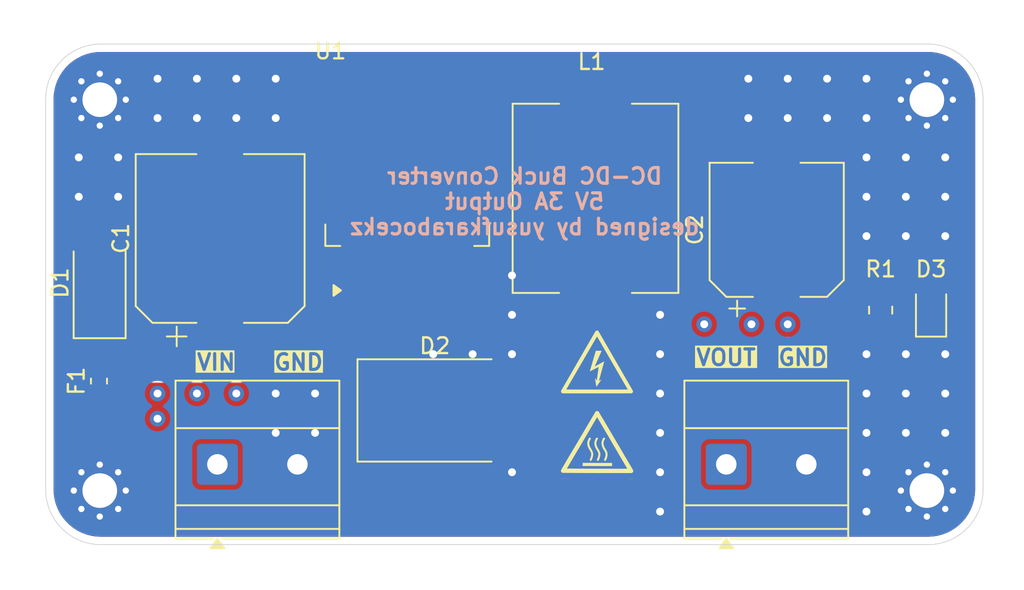
<source format=kicad_pcb>
(kicad_pcb (version 20241229) (generator "pcbnew") (generator_version "9.0")
  (layers (0 "F.Cu" signal) (2 "B.Cu" signal) (13 "F.Paste" user) (15 "B.Paste" user) (5 "F.SilkS" user "F.Silkscreen") (7 "B.SilkS" user "B.Silkscreen") (1 "F.Mask" user) (3 "B.Mask" user) (25 "Edge.Cuts" user))
  (net 0 "")
  (net 1 "GND")
  (net 2 "VCC")
  (net 3 "+5V")
  (net 4 "VDD")
  (net 5 "Net-(D2-K)")
  (net 6 "Net-(D3-A)")
  (footprint "Diode_SMD:D_SMC" (layer "F.Cu") (at 165.1 78.575)
    (property "Reference" "D2" (at 0 -4.1 0) (layer "F.SilkS"))
    (property "Value" "1N5824" (hide yes))
    (pad "1" smd roundrect (at -3.4 0 90) (size 3.3 2.5) (layers "F.Cu" "F.Mask" "F.Paste") (roundrect_rratio 0.1) (net 5 "Net-(D2-K)"))
    (pad "2" smd roundrect (at 3.4 0 90) (size 3.3 2.5) (layers "F.Cu" "F.Mask" "F.Paste") (roundrect_rratio 0.1) (net 1 "GND"))
  )
  (footprint "MountingHole:MountingHole_2.2mm_M2_Pad_Via" (layer "F.Cu") (at 143.833274 58.833274)
    (property "Reference" "H1" (hide yes))
    (property "Value" "GND" (hide yes))
    (pad "1" thru_hole circle (at -1.65 0) (size 0.7 0.7) (drill 0.4) (layers "*.Cu" "*.Mask") (net 1 "GND"))
    (pad "1" thru_hole circle (at -1.166726 -1.166726) (size 0.7 0.7) (drill 0.4) (layers "*.Cu" "*.Mask") (net 1 "GND"))
    (pad "1" thru_hole circle (at -1.166726 1.166726) (size 0.7 0.7) (drill 0.4) (layers "*.Cu" "*.Mask") (net 1 "GND"))
    (pad "1" thru_hole circle (at 0 -1.65) (size 0.7 0.7) (drill 0.4) (layers "*.Cu" "*.Mask") (net 1 "GND"))
    (pad "1" thru_hole circle (at 0 0) (size 4.4 4.4) (drill 2.2) (layers "*.Cu" "*.Mask") (net 1 "GND"))
    (pad "1" thru_hole circle (at 0 1.65) (size 0.7 0.7) (drill 0.4) (layers "*.Cu" "*.Mask") (net 1 "GND"))
    (pad "1" thru_hole circle (at 1.166726 -1.166726) (size 0.7 0.7) (drill 0.4) (layers "*.Cu" "*.Mask") (net 1 "GND"))
    (pad "1" thru_hole circle (at 1.166726 1.166726) (size 0.7 0.7) (drill 0.4) (layers "*.Cu" "*.Mask") (net 1 "GND"))
    (pad "1" thru_hole circle (at 1.65 0) (size 0.7 0.7) (drill 0.4) (layers "*.Cu" "*.Mask") (net 1 "GND"))
  )
  (footprint "TerminalBlock_Phoenix:TerminalBlock_Phoenix_MKDS-1,5-2-5.08_1x02_P5.08mm_Horizontal" (layer "F.Cu") (at 151.3 82)
    (property "Reference" "J1" (hide yes))
    (property "Value" "VIN" (hide yes))
    (pad "1" thru_hole roundrect (at 0 0) (size 2.6 2.6) (drill 1.3) (layers "*.Cu" "*.Mask") (roundrect_rratio 0.096154) (net 2 "VCC"))
    (pad "2" thru_hole circle (at 5.08 0) (size 2.6 2.6) (drill 1.3) (layers "*.Cu" "*.Mask") (net 1 "GND"))
  )
  (footprint "Capacitor_SMD:CP_Elec_10x10.5" (layer "F.Cu") (at 151.475 67.65 90)
    (property "Reference" "C1" (at 0 -6.3 90) (layer "F.SilkS"))
    (property "Value" "470uF" (hide yes))
    (pad "1" smd roundrect (at -4.2 0 90) (size 4.4 2.5) (layers "F.Cu" "F.Mask" "F.Paste") (roundrect_rratio 0.1) (net 4 "VDD"))
    (pad "2" smd roundrect (at 4.2 0 90) (size 4.4 2.5) (layers "F.Cu" "F.Mask" "F.Paste") (roundrect_rratio 0.1) (net 1 "GND"))
  )
  (footprint "Resistor_SMD:R_0805_2012Metric" (layer "F.Cu") (at 193.4 72.2 90)
    (property "Reference" "R1" (at 2.6 0 0) (layer "F.SilkS"))
    (property "Value" "1k" (hide yes))
    (pad "1" smd roundrect (at -0.9125 0 90) (size 1.025 1.4) (layers "F.Cu" "F.Mask" "F.Paste") (roundrect_rratio 0.243902) (net 3 "+5V"))
    (pad "2" smd roundrect (at 0.9125 0 90) (size 1.025 1.4) (layers "F.Cu" "F.Mask" "F.Paste") (roundrect_rratio 0.243902) (net 6 "Net-(D3-A)"))
  )
  (footprint "MountingHole:MountingHole_2.2mm_M2_Pad_Via" (layer "F.Cu") (at 196.333274 58.833274)
    (property "Reference" "H3" (hide yes))
    (property "Value" "GND" (hide yes))
    (pad "1" thru_hole circle (at -1.65 0) (size 0.7 0.7) (drill 0.4) (layers "*.Cu" "*.Mask") (net 1 "GND"))
    (pad "1" thru_hole circle (at -1.166726 -1.166726) (size 0.7 0.7) (drill 0.4) (layers "*.Cu" "*.Mask") (net 1 "GND"))
    (pad "1" thru_hole circle (at -1.166726 1.166726) (size 0.7 0.7) (drill 0.4) (layers "*.Cu" "*.Mask") (net 1 "GND"))
    (pad "1" thru_hole circle (at 0 -1.65) (size 0.7 0.7) (drill 0.4) (layers "*.Cu" "*.Mask") (net 1 "GND"))
    (pad "1" thru_hole circle (at 0 0) (size 4.4 4.4) (drill 2.2) (layers "*.Cu" "*.Mask") (net 1 "GND"))
    (pad "1" thru_hole circle (at 0 1.65) (size 0.7 0.7) (drill 0.4) (layers "*.Cu" "*.Mask") (net 1 "GND"))
    (pad "1" thru_hole circle (at 1.166726 -1.166726) (size 0.7 0.7) (drill 0.4) (layers "*.Cu" "*.Mask") (net 1 "GND"))
    (pad "1" thru_hole circle (at 1.166726 1.166726) (size 0.7 0.7) (drill 0.4) (layers "*.Cu" "*.Mask") (net 1 "GND"))
    (pad "1" thru_hole circle (at 1.65 0) (size 0.7 0.7) (drill 0.4) (layers "*.Cu" "*.Mask") (net 1 "GND"))
  )
  (footprint "Fuse:Fuse_0603_1608Metric" (layer "F.Cu") (at 143.782334 76.709502 90)
    (property "Reference" "F1" (at 0 -1.43 90) (layer "F.SilkS"))
    (property "Value" "MF-MSMF0503" (hide yes))
    (pad "1" smd roundrect (at -0.7875 0 90) (size 0.875 0.95) (layers "F.Cu" "F.Mask" "F.Paste") (net 2 "VCC"))
    (pad "2" smd roundrect (at 0.7875 0 90) (size 0.875 0.95) (layers "F.Cu" "F.Mask" "F.Paste") (net 4 "VDD"))
  )
  (footprint "MountingHole:MountingHole_2.2mm_M2_Pad_Via" (layer "F.Cu") (at 196.333274 83.666726)
    (property "Reference" "H4" (hide yes))
    (property "Value" "GND" (hide yes))
    (pad "1" thru_hole circle (at -1.65 0) (size 0.7 0.7) (drill 0.4) (layers "*.Cu" "*.Mask") (net 1 "GND"))
    (pad "1" thru_hole circle (at -1.166726 -1.166726) (size 0.7 0.7) (drill 0.4) (layers "*.Cu" "*.Mask") (net 1 "GND"))
    (pad "1" thru_hole circle (at -1.166726 1.166726) (size 0.7 0.7) (drill 0.4) (layers "*.Cu" "*.Mask") (net 1 "GND"))
    (pad "1" thru_hole circle (at 0 -1.65) (size 0.7 0.7) (drill 0.4) (layers "*.Cu" "*.Mask") (net 1 "GND"))
    (pad "1" thru_hole circle (at 0 0) (size 4.4 4.4) (drill 2.2) (layers "*.Cu" "*.Mask") (net 1 "GND"))
    (pad "1" thru_hole circle (at 0 1.65) (size 0.7 0.7) (drill 0.4) (layers "*.Cu" "*.Mask") (net 1 "GND"))
    (pad "1" thru_hole circle (at 1.166726 -1.166726) (size 0.7 0.7) (drill 0.4) (layers "*.Cu" "*.Mask") (net 1 "GND"))
    (pad "1" thru_hole circle (at 1.166726 1.166726) (size 0.7 0.7) (drill 0.4) (layers "*.Cu" "*.Mask") (net 1 "GND"))
    (pad "1" thru_hole circle (at 1.65 0) (size 0.7 0.7) (drill 0.4) (layers "*.Cu" "*.Mask") (net 1 "GND"))
  )
  (footprint "Package_TO_SOT_SMD:TO-263-5_TabPin3" (layer "F.Cu") (at 163.35 63.3 90)
    (property "Reference" "U1" (at 7.55 -4.875 180) (layer "F.SilkS"))
    (property "Value" "LM2596S-5" (hide yes))
    (pad "1" smd roundrect (at -7.65 -3.4 90) (size 4.6 1.1) (layers "F.Cu" "F.Mask" "F.Paste") (roundrect_rratio 0.227273) (net 4 "VDD"))
    (pad "2" smd roundrect (at -7.65 -1.7 90) (size 4.6 1.1) (layers "F.Cu" "F.Mask" "F.Paste") (roundrect_rratio 0.227273) (net 5 "Net-(D2-K)"))
    (pad "3" smd roundrect (at -7.65 0 90) (size 4.6 1.1) (layers "F.Cu" "F.Mask" "F.Paste") (roundrect_rratio 0.227273) (net 1 "GND"))
    (pad "3" smd roundrect (at 1.5 0 90) (size 9.4 10.8) (layers "F.Cu" "F.Mask") (roundrect_rratio 0.026596) (net 1 "GND"))
    (pad "4" smd roundrect (at -7.65 1.7 90) (size 4.6 1.1) (layers "F.Cu" "F.Mask" "F.Paste") (roundrect_rratio 0.227273) (net 3 "+5V"))
    (pad "5" smd roundrect (at -7.65 3.4 90) (size 4.6 1.1) (layers "F.Cu" "F.Mask" "F.Paste") (roundrect_rratio 0.227273) (net 1 "GND"))
  )
  (footprint "MountingHole:MountingHole_2.2mm_M2_Pad_Via" (layer "F.Cu") (at 143.833274 83.666726)
    (property "Reference" "H2" (hide yes))
    (property "Value" "GND" (hide yes))
    (pad "1" thru_hole circle (at -1.65 0) (size 0.7 0.7) (drill 0.4) (layers "*.Cu" "*.Mask") (net 1 "GND"))
    (pad "1" thru_hole circle (at -1.166726 -1.166726) (size 0.7 0.7) (drill 0.4) (layers "*.Cu" "*.Mask") (net 1 "GND"))
    (pad "1" thru_hole circle (at -1.166726 1.166726) (size 0.7 0.7) (drill 0.4) (layers "*.Cu" "*.Mask") (net 1 "GND"))
    (pad "1" thru_hole circle (at 0 -1.65) (size 0.7 0.7) (drill 0.4) (layers "*.Cu" "*.Mask") (net 1 "GND"))
    (pad "1" thru_hole circle (at 0 0) (size 4.4 4.4) (drill 2.2) (layers "*.Cu" "*.Mask") (net 1 "GND"))
    (pad "1" thru_hole circle (at 0 1.65) (size 0.7 0.7) (drill 0.4) (layers "*.Cu" "*.Mask") (net 1 "GND"))
    (pad "1" thru_hole circle (at 1.166726 -1.166726) (size 0.7 0.7) (drill 0.4) (layers "*.Cu" "*.Mask") (net 1 "GND"))
    (pad "1" thru_hole circle (at 1.166726 1.166726) (size 0.7 0.7) (drill 0.4) (layers "*.Cu" "*.Mask") (net 1 "GND"))
    (pad "1" thru_hole circle (at 1.65 0) (size 0.7 0.7) (drill 0.4) (layers "*.Cu" "*.Mask") (net 1 "GND"))
  )
  (footprint "LOGO" (layer "F.Cu") (at 175.4 75.5)
    (property "Reference" "G***" (hide yes))
    (property "Value" "LOGO" (hide yes))
  )
  (footprint "LED_SMD:LED_0805_2012Metric" (layer "F.Cu") (at 196.6 72.2 90)
    (property "Reference" "D3" (at 2.6 0 0) (layer "F.SilkS"))
    (property "Value" "LED" (hide yes))
    (pad "1" smd roundrect (at -0.9375 0 90) (size 0.975 1.4) (layers "F.Cu" "F.Mask" "F.Paste") (net 1 "GND"))
    (pad "2" smd roundrect (at 0.9375 0 90) (size 0.975 1.4) (layers "F.Cu" "F.Mask" "F.Paste") (net 6 "Net-(D3-A)"))
  )
  (footprint "TerminalBlock_Phoenix:TerminalBlock_Phoenix_MKDS-1,5-2-5.08_1x02_P5.08mm_Horizontal" (layer "F.Cu") (at 183.6 82)
    (property "Reference" "J2" (hide yes))
    (property "Value" "VOUT" (hide yes))
    (pad "1" thru_hole roundrect (at 0 0) (size 2.6 2.6) (drill 1.3) (layers "*.Cu" "*.Mask") (roundrect_rratio 0.096154) (net 3 "+5V"))
    (pad "2" thru_hole circle (at 5.08 0) (size 2.6 2.6) (drill 1.3) (layers "*.Cu" "*.Mask") (net 1 "GND"))
  )
  (footprint "LOGO" (layer "F.Cu") (at 175.4 80.6)
    (property "Reference" "G***" (hide yes))
    (property "Value" "LOGO" (hide yes))
  )
  (footprint "Capacitor_SMD:CP_Elec_8x10" (layer "F.Cu") (at 186.8 67.1 90)
    (property "Reference" "C2" (at 0 -5.2 90) (layer "F.SilkS"))
    (property "Value" "220uF" (hide yes))
    (pad "1" smd roundrect (at -3.25 0 90) (size 3.5 2.5) (layers "F.Cu" "F.Mask" "F.Paste") (roundrect_rratio 0.1) (net 3 "+5V"))
    (pad "2" smd roundrect (at 3.25 0 90) (size 3.5 2.5) (layers "F.Cu" "F.Mask" "F.Paste") (roundrect_rratio 0.1) (net 1 "GND"))
  )
  (footprint "Inductor_SMD:L_Sunlord_MWSA1005S" (layer "F.Cu") (at 175.3 65.1 90)
    (property "Reference" "L1" (at 8.675 -0.25 180) (layer "F.SilkS"))
    (property "Value" "68uH" (hide yes))
    (pad "1" smd roundrect (at -4.75 0 90) (size 4.1 4.1) (layers "F.Cu" "F.Mask" "F.Paste") (roundrect_rratio 0.060976) (net 5 "Net-(D2-K)"))
    (pad "2" smd roundrect (at 4.75 0 90) (size 4.1 4.1) (layers "F.Cu" "F.Mask" "F.Paste") (roundrect_rratio 0.060976) (net 3 "+5V"))
  )
  (footprint "Diode_SMD:D_SMA" (layer "F.Cu") (at 143.825 70.475 90)
    (property "Reference" "D1" (at 0 -2.5 90) (layer "F.SilkS"))
    (property "Value" "1SMA4743A" (hide yes))
    (pad "1" smd roundrect (at -2 0 90) (size 2.5 1.8) (layers "F.Cu" "F.Mask" "F.Paste") (roundrect_rratio 0.1388888889) (net 4 "VDD"))
    (pad "2" smd roundrect (at 2 0 90) (size 2.5 1.8) (layers "F.Cu" "F.Mask" "F.Paste") (roundrect_rratio 0.1388888889) (net 1 "GND"))
  )
  (gr_line (start 140.4 83.6) (end 140.4 58.8) (stroke (width 0.05)) (layer "Edge.Cuts"))
  (gr_line (start 199.9 58.8) (end 199.9 83.6) (stroke (width 0.05)) (layer "Edge.Cuts"))
  (gr_arc (start 143.9 87.1) (mid 141.425126 86.074874) (end 140.4 83.6) (stroke (width 0.05)) (layer "Edge.Cuts"))
  (gr_arc (start 140.4 58.8) (mid 141.425126 56.325126) (end 143.9 55.3) (stroke (width 0.05)) (layer "Edge.Cuts"))
  (gr_line (start 143.9 55.3) (end 196.4 55.3) (stroke (width 0.05)) (layer "Edge.Cuts"))
  (gr_arc (start 196.4 55.3) (mid 198.874874 56.325126) (end 199.9 58.8) (stroke (width 0.05)) (layer "Edge.Cuts"))
  (gr_line (start 196.4 87.1) (end 143.9 87.1) (stroke (width 0.05)) (layer "Edge.Cuts"))
  (gr_arc (start 199.9 83.6) (mid 198.874874 86.074874) (end 196.4 87.1) (stroke (width 0.05)) (layer "Edge.Cuts"))
  (gr_text "VOUT" (at 181.6 75.8 0) (layer "F.SilkS" knockout) (effects (font (size 1 1) (thickness 0.2) (bold yes)) (justify left bottom)))
  (gr_text "GND\n" (at 154.8 76.1 0) (layer "F.SilkS" knockout) (effects (font (size 1 1) (thickness 0.2) (bold yes)) (justify left bottom)))
  (gr_text "VIN" (at 149.9 76.1 0) (layer "F.SilkS" knockout) (effects (font (size 1 1) (thickness 0.2) (bold yes)) (justify left bottom)))
  (gr_text "GND" (at 186.8 75.8 0) (layer "F.SilkS" knockout) (effects (font (size 1 1) (thickness 0.2) (bold yes)) (justify left bottom)))
  (gr_text "DC-DC Buck Converter\n5V 3A Output\ndesigned by yusufkarabocekz" (at 170.8 65.3 0) (layer "B.SilkS") (effects (font (size 1 1) (thickness 0.2) (bold yes)) (justify mirror)))
  (via (at 155 77.5) (size 1) (drill 0.5) (layers "F.Cu" "B.Cu") (net 1))
  (via (at 192.5 57.5) (size 1) (drill 0.5) (layers "F.Cu" "B.Cu") (net 1))
  (via (at 192.5 60) (size 1) (drill 0.5) (layers "F.Cu" "B.Cu") (net 1))
  (via (at 179.4 77.5) (size 1) (drill 0.5) (layers "F.Cu" "B.Cu") (net 1))
  (via (at 197.5 65) (size 1) (drill 0.5) (layers "F.Cu" "B.Cu") (net 1))
  (via (at 195 65) (size 1) (drill 0.5) (layers "F.Cu" "B.Cu") (net 1))
  (via (at 197.5 75) (size 1) (drill 0.5) (layers "F.Cu" "B.Cu") (net 1))
  (via (at 150 60) (size 1) (drill 0.5) (layers "F.Cu" "B.Cu") (net 1))
  (via (at 185 57.5) (size 1) (drill 0.5) (layers "F.Cu" "B.Cu") (net 1))
  (via (at 157.5 77.5) (size 1) (drill 0.5) (layers "F.Cu" "B.Cu") (net 1))
  (via (at 192.5 62.5) (size 1) (drill 0.5) (layers "F.Cu" "B.Cu") (net 1))
  (via (at 170 75) (size 1) (drill 0.5) (layers "F.Cu" "B.Cu") (net 1))
  (via (at 192.5 85) (size 1) (drill 0.5) (layers "F.Cu" "B.Cu") (net 1))
  (via (at 192.5 77.5) (size 1) (drill 0.5) (layers "F.Cu" "B.Cu") (net 1))
  (via (at 185 60) (size 1) (drill 0.5) (layers "F.Cu" "B.Cu") (net 1))
  (via (at 187.5 60) (size 1) (drill 0.5) (layers "F.Cu" "B.Cu") (net 1))
  (via (at 195 77.5) (size 1) (drill 0.5) (layers "F.Cu" "B.Cu") (net 1))
  (via (at 179.4 85) (size 1) (drill 0.5) (layers "F.Cu" "B.Cu") (net 1))
  (via (at 192.5 75) (size 1) (drill 0.5) (layers "F.Cu" "B.Cu") (net 1))
  (via (at 179.4 80) (size 1) (drill 0.5) (layers "F.Cu" "B.Cu") (net 1))
  (via (at 190 60) (size 1) (drill 0.5) (layers "F.Cu" "B.Cu") (net 1))
  (via (at 152.5 57.5) (size 1) (drill 0.5) (layers "F.Cu" "B.Cu") (net 1))
  (via (at 197.5 62.5) (size 1) (drill 0.5) (layers "F.Cu" "B.Cu") (net 1))
  (via (at 195 67.5) (size 1) (drill 0.5) (layers "F.Cu" "B.Cu") (net 1))
  (via (at 155 80) (size 1) (drill 0.5) (layers "F.Cu" "B.Cu") (net 1))
  (via (at 197.5 67.5) (size 1) (drill 0.5) (layers "F.Cu" "B.Cu") (net 1))
  (via (at 145 62.5) (size 1) (drill 0.5) (layers "F.Cu" "B.Cu") (net 1))
  (via (at 197.5 80) (size 1) (drill 0.5) (layers "F.Cu" "B.Cu") (net 1))
  (via (at 192.5 65) (size 1) (drill 0.5) (layers "F.Cu" "B.Cu") (net 1))
  (via (at 179.4 72.5) (size 1) (drill 0.5) (layers "F.Cu" "B.Cu") (net 1))
  (via (at 167.5 75) (size 1) (drill 0.5) (layers "F.Cu" "B.Cu") (net 1))
  (via (at 195 62.5) (size 1) (drill 0.5) (layers "F.Cu" "B.Cu") (net 1))
  (via (at 192.5 67.5) (size 1) (drill 0.5) (layers "F.Cu" "B.Cu") (net 1))
  (via (at 170 82.5) (size 1) (drill 0.5) (layers "F.Cu" "B.Cu") (net 1))
  (via (at 170 70) (size 1) (drill 0.5) (layers "F.Cu" "B.Cu") (net 1))
  (via (at 142.5 62.5) (size 1) (drill 0.5) (layers "F.Cu" "B.Cu") (net 1))
  (via (at 147.5 60) (size 1) (drill 0.5) (layers "F.Cu" "B.Cu") (net 1))
  (via (at 192.5 82.5) (size 1) (drill 0.5) (layers "F.Cu" "B.Cu") (net 1))
  (via (at 179.4 75) (size 1) (drill 0.5) (layers "F.Cu" "B.Cu") (net 1))
  (via (at 152.5 60) (size 1) (drill 0.5) (layers "F.Cu" "B.Cu") (net 1))
  (via (at 179.4 82.5) (size 1) (drill 0.5) (layers "F.Cu" "B.Cu") (net 1))
  (via (at 145 65) (size 1) (drill 0.5) (layers "F.Cu" "B.Cu") (net 1))
  (via (at 190 57.5) (size 1) (drill 0.5) (layers "F.Cu" "B.Cu") (net 1))
  (via (at 195 75) (size 1) (drill 0.5) (layers "F.Cu" "B.Cu") (net 1))
  (via (at 192.5 80) (size 1) (drill 0.5) (layers "F.Cu" "B.Cu") (net 1))
  (via (at 195 80) (size 1) (drill 0.5) (layers "F.Cu" "B.Cu") (net 1))
  (via (at 170 72.5) (size 1) (drill 0.5) (layers "F.Cu" "B.Cu") (net 1))
  (via (at 155 60) (size 1) (drill 0.5) (layers "F.Cu" "B.Cu") (net 1))
  (via (at 150 57.5) (size 1) (drill 0.5) (layers "F.Cu" "B.Cu") (net 1))
  (via (at 157.5 80) (size 1) (drill 0.5) (layers "F.Cu" "B.Cu") (net 1))
  (via (at 142.5 65) (size 1) (drill 0.5) (layers "F.Cu" "B.Cu") (net 1))
  (via (at 187.5 57.5) (size 1) (drill 0.5) (layers "F.Cu" "B.Cu") (net 1))
  (via (at 155 57.5) (size 1) (drill 0.5) (layers "F.Cu" "B.Cu") (net 1))
  (via (at 165 75) (size 1) (drill 0.5) (layers "F.Cu" "B.Cu") (net 1))
  (via (at 147.5 57.5) (size 1) (drill 0.5) (layers "F.Cu" "B.Cu") (net 1))
  (via (at 197.5 77.5) (size 1) (drill 0.5) (layers "F.Cu" "B.Cu") (net 1))
  (via (at 147.5 77.5) (size 1) (drill 0.5) (layers "F.Cu" "B.Cu") (net 2))
  (via (at 147.5 79.1) (size 1) (drill 0.5) (layers "F.Cu" "B.Cu") (net 2))
  (via (at 150 77.5) (size 1) (drill 0.5) (layers "F.Cu" "B.Cu") (net 2))
  (via (at 152.5 77.5) (size 1) (drill 0.5) (layers "F.Cu" "B.Cu") (net 2))
  (segment (start 193.3875 73.1) (end 193.4 73.1125) (width 1) (layer "F.Cu") (net 3))
  (segment (start 187.5 73.1) (end 193.3875 73.1) (width 1) (layer "F.Cu") (net 3))
  (via (at 185.2 73.1) (size 1) (drill 0.5) (layers "F.Cu" "B.Cu") (net 3))
  (via (at 187.5 73.1) (size 1) (drill 0.5) (layers "F.Cu" "B.Cu") (net 3))
  (via (at 182.2 73.1) (size 1) (drill 0.5) (layers "F.Cu" "B.Cu") (net 3))
  (segment (start 193.4 71.2875) (end 196.575 71.2875) (width 1) (layer "F.Cu") (net 6))
  (segment (start 196.575 71.2875) (end 196.6 71.2625) (width 1) (layer "F.Cu") (net 6))
  (zone (net 5) (net_name "Net-(D2-K)") (layer "F.Cu") (priority 4) (connect_pads yes (clearance 0.3)) (min_thickness 0.25) (fill yes (thermal_gap 0.5) (thermal_bridge_width 0.5) (island_removal_mode 1) (island_area_min 10))
    (polygon (pts (xy 177.5 67.1) (xy 178.1 67.8) (xy 178.1 83.6) (xy 176.3 85.4) (xy 160.42727 85.4) (xy 160.1 84.885719) (xy 160.1 76.6) (xy 160.2 76.5) (xy 160.7 76.5) (xy 161 76.2) (xy 161 75.8) (xy 161 68.225) (xy 161.1 68.1) (xy 162.2 68.1) (xy 162.3 68.25) (xy 162.3 76.2) (xy 162.5 76.4) (xy 163.2 76.4) (xy 163.5 76.8) (xy 163.5 80.5) (xy 163.5 83.100008) (xy 164.024994 83.8) (xy 171.4 83.8) (xy 172.5 82.7) (xy 172.5 67.7) (xy 173.1 67.1)))
  )
  (zone (net 4) (net_name "VDD") (layer "F.Cu") (priority 2) (connect_pads yes (clearance 0.3)) (min_thickness 0.25) (fill yes (thermal_gap 0.5) (thermal_bridge_width 0.5) (island_removal_mode 1) (island_area_min 10))
    (polygon (pts (xy 144.4 76.5) (xy 144.7 76.2) (xy 144.7 74.96) (xy 145.083333 74.5) (xy 160.2 74.5) (xy 160.6 74) (xy 160.6 68.4) (xy 160.3 68.1) (xy 147.8 68.1) (xy 147.1 68.9) (xy 147.1 70.5) (xy 146.7 70.9) (xy 142.6 70.9) (xy 142.2 71.4) (xy 142.2 76.1) (xy 142.5 76.5) (xy 143.4 76.5)))
  )
  (zone (net 2) (net_name "VCC") (layer "F.Cu") (priority 1) (connect_pads yes (clearance 0.3)) (min_thickness 0.25) (fill yes (thermal_gap 0.5) (thermal_bridge_width 0.5) (island_removal_mode 1) (island_area_min 10))
    (polygon (pts (xy 153.7 83.2) (xy 152.8 84.1) (xy 148.875 84.1) (xy 148 83.1) (xy 148 80.38) (xy 147.648148 80) (xy 142.66 80) (xy 142.3 79.55) (xy 142.3 77.1) (xy 142.537694 76.809502) (xy 144.868847 76.809502) (xy 153.316698 76.798553) (xy 153.7 77.275551)))
  )
  (zone (net 3) (net_name "+5V") (layer "F.Cu") (priority 5) (connect_pads yes (clearance 0.3)) (min_thickness 0.25) (fill yes (thermal_gap 0.5) (thermal_bridge_width 0.5) (island_removal_mode 1) (island_area_min 10))
    (polygon (pts (xy 185.8 83.66) (xy 185.35 84.2) (xy 181.28 84.2) (xy 180.9 83.725) (xy 180.9 72.75) (xy 181.42 72.1) (xy 186 72.1) (xy 186.3 72.354548) (xy 186.3 73.8) (xy 185.8 74.3) (xy 185.8 81.4)))
  )
  (zone (net 3) (net_name "+5V") (layer "F.Cu") (priority 3) (connect_pads yes (clearance 0.3)) (min_thickness 0.25) (fill yes (thermal_gap 0.5) (thermal_bridge_width 0.5) (island_removal_mode 1) (island_area_min 10))
    (polygon (pts (xy 165.5 73.5) (xy 165.7 73.3) (xy 165.7 68.7) (xy 166.1 68.2) (xy 171.5 68.2) (xy 172.4 67.1) (xy 172.4 64.5) (xy 173 63.9) (xy 179.9 63.9) (xy 180.9 64.6) (xy 180.9 73.225) (xy 181.5 73.9) (xy 189.32 73.9) (xy 190 73.05) (xy 190 68.6) (xy 189.3 67.7) (xy 184.1 67.7) (xy 183.2 66.6) (xy 183.2 58.4) (xy 182 57.1) (xy 171.052932 57.1) (xy 170.4 57.7) (xy 170.4 66.119999) (xy 169.583333 67.1) (xy 164.7 67.1) (xy 164.4 67.5) (xy 164.4 73.2) (xy 164.6 73.5) (xy 164.9 73.5)))
  )
  (zone (net 1) (net_name "GND") (layers "F.Cu" "B.Cu") (connect_pads yes (clearance 0.3)) (min_thickness 0.25) (fill yes (thermal_gap 0.5) (thermal_bridge_width 0.5) (island_removal_mode 1) (island_area_min 10))
    (polygon (pts (xy 202.5 52.5) (xy 202.5 90) (xy 137.5 90) (xy 137.5 52.5)))
  )
)
</source>
